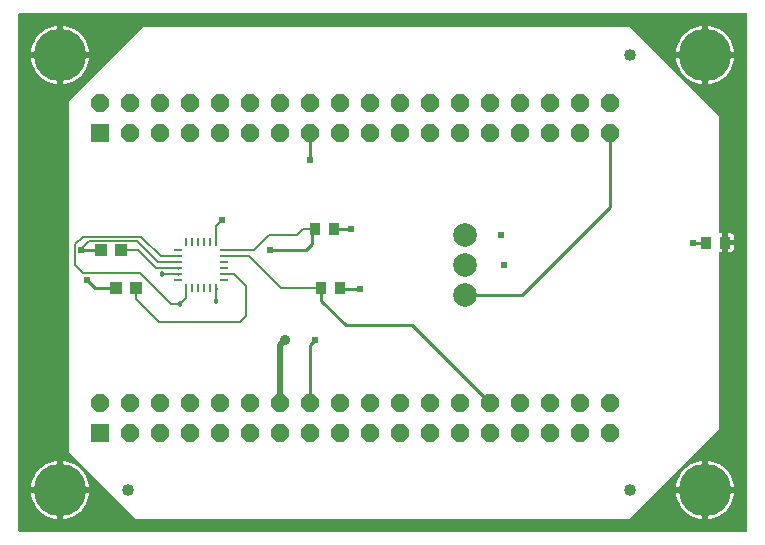
<source format=gbr>
G04 EAGLE Gerber RS-274X export*
G75*
%MOMM*%
%FSLAX34Y34*%
%LPD*%
%INTop Copper*%
%IPPOS*%
%AMOC8*
5,1,8,0,0,1.08239X$1,22.5*%
G01*
%ADD10R,1.100000X1.000000*%
%ADD11C,1.016000*%
%ADD12C,4.445000*%
%ADD13R,0.949959X1.031241*%
%ADD14C,2.000000*%
%ADD15R,1.524000X1.524000*%
%ADD16P,1.649562X8X22.500000*%
%ADD17R,0.280000X0.790000*%
%ADD18R,0.790000X0.280000*%
%ADD19C,0.609600*%
%ADD20C,0.254000*%
%ADD21C,0.127000*%
%ADD22C,0.457200*%
%ADD23C,0.508000*%
%ADD24C,0.904800*%

G36*
X619744Y440808D02*
X619744Y440808D01*
X619737Y440927D01*
X619724Y440965D01*
X619719Y441006D01*
X619676Y441116D01*
X619639Y441229D01*
X619617Y441264D01*
X619602Y441301D01*
X619533Y441397D01*
X619469Y441498D01*
X619439Y441526D01*
X619416Y441559D01*
X619324Y441635D01*
X619237Y441716D01*
X619202Y441736D01*
X619171Y441761D01*
X619063Y441812D01*
X618959Y441870D01*
X618919Y441880D01*
X618883Y441897D01*
X618766Y441919D01*
X618651Y441949D01*
X618591Y441953D01*
X618571Y441957D01*
X618550Y441955D01*
X618490Y441959D01*
X3810Y441959D01*
X3692Y441944D01*
X3573Y441937D01*
X3535Y441924D01*
X3494Y441919D01*
X3384Y441876D01*
X3271Y441839D01*
X3236Y441817D01*
X3199Y441802D01*
X3103Y441733D01*
X3002Y441669D01*
X2974Y441639D01*
X2941Y441616D01*
X2865Y441524D01*
X2784Y441437D01*
X2764Y441402D01*
X2739Y441371D01*
X2688Y441263D01*
X2630Y441159D01*
X2620Y441119D01*
X2603Y441083D01*
X2581Y440966D01*
X2551Y440851D01*
X2547Y440791D01*
X2543Y440771D01*
X2545Y440750D01*
X2541Y440690D01*
X2541Y3810D01*
X2556Y3692D01*
X2563Y3573D01*
X2576Y3535D01*
X2581Y3494D01*
X2624Y3384D01*
X2661Y3271D01*
X2683Y3236D01*
X2698Y3199D01*
X2767Y3103D01*
X2831Y3002D01*
X2861Y2974D01*
X2884Y2941D01*
X2976Y2865D01*
X3063Y2784D01*
X3098Y2764D01*
X3129Y2739D01*
X3237Y2688D01*
X3341Y2630D01*
X3381Y2620D01*
X3417Y2603D01*
X3534Y2581D01*
X3649Y2551D01*
X3709Y2547D01*
X3729Y2543D01*
X3750Y2545D01*
X3810Y2541D01*
X618490Y2541D01*
X618608Y2556D01*
X618727Y2563D01*
X618765Y2576D01*
X618806Y2581D01*
X618916Y2624D01*
X619029Y2661D01*
X619064Y2683D01*
X619101Y2698D01*
X619197Y2767D01*
X619298Y2831D01*
X619326Y2861D01*
X619359Y2884D01*
X619435Y2976D01*
X619516Y3063D01*
X619536Y3098D01*
X619561Y3129D01*
X619612Y3237D01*
X619670Y3341D01*
X619680Y3381D01*
X619697Y3417D01*
X619719Y3534D01*
X619749Y3649D01*
X619753Y3709D01*
X619757Y3729D01*
X619755Y3750D01*
X619759Y3810D01*
X619759Y440690D01*
X619744Y440808D01*
G37*
%LPC*%
G36*
X108476Y430531D02*
X108476Y430531D01*
X520174Y430531D01*
X595631Y355074D01*
X595631Y256616D01*
X595646Y256498D01*
X595653Y256379D01*
X595666Y256341D01*
X595671Y256301D01*
X595714Y256190D01*
X595751Y256077D01*
X595773Y256043D01*
X595788Y256005D01*
X595858Y255909D01*
X595921Y255808D01*
X595951Y255780D01*
X595974Y255748D01*
X596066Y255672D01*
X596153Y255590D01*
X596188Y255571D01*
X596219Y255545D01*
X596327Y255494D01*
X596431Y255437D01*
X596471Y255426D01*
X596507Y255409D01*
X596624Y255387D01*
X596739Y255357D01*
X596800Y255353D01*
X596820Y255349D01*
X596840Y255351D01*
X596900Y255347D01*
X598717Y255347D01*
X598717Y248755D01*
X598732Y248637D01*
X598739Y248518D01*
X598752Y248480D01*
X598757Y248440D01*
X598801Y248329D01*
X598837Y248216D01*
X598859Y248181D01*
X598874Y248144D01*
X598944Y248048D01*
X599007Y247947D01*
X599037Y247919D01*
X599061Y247887D01*
X599152Y247811D01*
X599239Y247729D01*
X599274Y247710D01*
X599306Y247684D01*
X599370Y247654D01*
X599279Y247587D01*
X599178Y247524D01*
X599150Y247494D01*
X599118Y247470D01*
X599042Y247379D01*
X598960Y247292D01*
X598941Y247257D01*
X598915Y247225D01*
X598864Y247118D01*
X598807Y247014D01*
X598796Y246974D01*
X598779Y246938D01*
X598757Y246821D01*
X598727Y246706D01*
X598723Y246645D01*
X598719Y246625D01*
X598721Y246605D01*
X598717Y246545D01*
X598717Y239953D01*
X596900Y239953D01*
X596782Y239938D01*
X596663Y239931D01*
X596625Y239918D01*
X596585Y239913D01*
X596474Y239869D01*
X596361Y239833D01*
X596326Y239811D01*
X596289Y239796D01*
X596193Y239726D01*
X596092Y239663D01*
X596064Y239633D01*
X596031Y239609D01*
X595956Y239518D01*
X595874Y239431D01*
X595854Y239396D01*
X595829Y239364D01*
X595778Y239257D01*
X595720Y239152D01*
X595710Y239113D01*
X595693Y239077D01*
X595671Y238960D01*
X595641Y238845D01*
X595637Y238784D01*
X595633Y238764D01*
X595635Y238744D01*
X595631Y238684D01*
X595631Y89426D01*
X520174Y13969D01*
X102126Y13969D01*
X45719Y70376D01*
X45719Y367774D01*
X108476Y430531D01*
G37*
%LPD*%
%LPC*%
G36*
X40639Y408939D02*
X40639Y408939D01*
X40639Y431036D01*
X42255Y430854D01*
X44967Y430235D01*
X47592Y429317D01*
X50099Y428110D01*
X52454Y426630D01*
X54629Y424895D01*
X56595Y422929D01*
X58330Y420754D01*
X59810Y418399D01*
X61017Y415892D01*
X61935Y413267D01*
X62554Y410555D01*
X62736Y408939D01*
X40639Y408939D01*
G37*
%LPD*%
%LPC*%
G36*
X586739Y408939D02*
X586739Y408939D01*
X586739Y431036D01*
X588355Y430854D01*
X591067Y430235D01*
X593692Y429317D01*
X596199Y428110D01*
X598554Y426630D01*
X600729Y424895D01*
X602695Y422929D01*
X604430Y420754D01*
X605910Y418399D01*
X607117Y415892D01*
X608035Y413267D01*
X608654Y410555D01*
X608836Y408939D01*
X586739Y408939D01*
G37*
%LPD*%
%LPC*%
G36*
X40639Y40639D02*
X40639Y40639D01*
X40639Y62736D01*
X42255Y62554D01*
X44967Y61935D01*
X47592Y61017D01*
X50099Y59810D01*
X52454Y58330D01*
X54629Y56595D01*
X56595Y54629D01*
X58330Y52454D01*
X59810Y50099D01*
X61017Y47592D01*
X61935Y44967D01*
X62554Y42255D01*
X62736Y40639D01*
X40639Y40639D01*
G37*
%LPD*%
%LPC*%
G36*
X586739Y40639D02*
X586739Y40639D01*
X586739Y62736D01*
X588355Y62554D01*
X591067Y61935D01*
X593692Y61017D01*
X596199Y59810D01*
X598554Y58330D01*
X600729Y56595D01*
X602695Y54629D01*
X604430Y52454D01*
X605910Y50099D01*
X607117Y47592D01*
X608035Y44967D01*
X608654Y42255D01*
X608836Y40639D01*
X586739Y40639D01*
G37*
%LPD*%
%LPC*%
G36*
X13464Y408939D02*
X13464Y408939D01*
X13646Y410555D01*
X14265Y413267D01*
X15183Y415892D01*
X16390Y418399D01*
X17870Y420754D01*
X19605Y422929D01*
X21571Y424895D01*
X23746Y426630D01*
X26101Y428110D01*
X28608Y429317D01*
X31233Y430235D01*
X33945Y430854D01*
X35561Y431036D01*
X35561Y408939D01*
X13464Y408939D01*
G37*
%LPD*%
%LPC*%
G36*
X559564Y408939D02*
X559564Y408939D01*
X559746Y410555D01*
X560365Y413267D01*
X561283Y415892D01*
X562490Y418399D01*
X563970Y420754D01*
X565705Y422929D01*
X567671Y424895D01*
X569846Y426630D01*
X572201Y428110D01*
X574708Y429317D01*
X577333Y430235D01*
X580045Y430854D01*
X581661Y431036D01*
X581661Y408939D01*
X559564Y408939D01*
G37*
%LPD*%
%LPC*%
G36*
X40639Y403861D02*
X40639Y403861D01*
X62736Y403861D01*
X62554Y402245D01*
X61935Y399533D01*
X61017Y396908D01*
X59810Y394401D01*
X58330Y392046D01*
X56595Y389871D01*
X54629Y387905D01*
X52454Y386170D01*
X50099Y384690D01*
X47592Y383483D01*
X44967Y382565D01*
X42255Y381946D01*
X40639Y381764D01*
X40639Y403861D01*
G37*
%LPD*%
%LPC*%
G36*
X586739Y403861D02*
X586739Y403861D01*
X608836Y403861D01*
X608654Y402245D01*
X608035Y399533D01*
X607117Y396908D01*
X605910Y394401D01*
X604430Y392046D01*
X602695Y389871D01*
X600729Y387905D01*
X598554Y386170D01*
X596199Y384690D01*
X593692Y383483D01*
X591067Y382565D01*
X588355Y381946D01*
X586739Y381764D01*
X586739Y403861D01*
G37*
%LPD*%
%LPC*%
G36*
X13464Y40639D02*
X13464Y40639D01*
X13646Y42255D01*
X14265Y44967D01*
X15183Y47592D01*
X16390Y50099D01*
X17870Y52454D01*
X19605Y54629D01*
X21571Y56595D01*
X23746Y58330D01*
X26101Y59810D01*
X28608Y61017D01*
X31233Y61935D01*
X33945Y62554D01*
X35561Y62736D01*
X35561Y40639D01*
X13464Y40639D01*
G37*
%LPD*%
%LPC*%
G36*
X559564Y40639D02*
X559564Y40639D01*
X559746Y42255D01*
X560365Y44967D01*
X561283Y47592D01*
X562490Y50099D01*
X563970Y52454D01*
X565705Y54629D01*
X567671Y56595D01*
X569846Y58330D01*
X572201Y59810D01*
X574708Y61017D01*
X577333Y61935D01*
X580045Y62554D01*
X581661Y62736D01*
X581661Y40639D01*
X559564Y40639D01*
G37*
%LPD*%
%LPC*%
G36*
X586739Y35561D02*
X586739Y35561D01*
X608836Y35561D01*
X608654Y33945D01*
X608035Y31233D01*
X607117Y28608D01*
X605910Y26101D01*
X604430Y23746D01*
X602695Y21571D01*
X600729Y19605D01*
X598554Y17870D01*
X596199Y16390D01*
X593692Y15183D01*
X591067Y14265D01*
X588355Y13646D01*
X586739Y13464D01*
X586739Y35561D01*
G37*
%LPD*%
%LPC*%
G36*
X40639Y35561D02*
X40639Y35561D01*
X62736Y35561D01*
X62554Y33945D01*
X61935Y31233D01*
X61017Y28608D01*
X59810Y26101D01*
X58330Y23746D01*
X56595Y21571D01*
X54629Y19605D01*
X52454Y17870D01*
X50099Y16390D01*
X47592Y15183D01*
X44967Y14265D01*
X42255Y13646D01*
X40639Y13464D01*
X40639Y35561D01*
G37*
%LPD*%
%LPC*%
G36*
X580045Y381946D02*
X580045Y381946D01*
X577333Y382565D01*
X574708Y383483D01*
X572201Y384690D01*
X569846Y386170D01*
X567671Y387905D01*
X565705Y389871D01*
X563970Y392046D01*
X562490Y394401D01*
X561283Y396908D01*
X560365Y399533D01*
X559746Y402245D01*
X559564Y403861D01*
X581661Y403861D01*
X581661Y381764D01*
X580045Y381946D01*
G37*
%LPD*%
%LPC*%
G36*
X33945Y381946D02*
X33945Y381946D01*
X31233Y382565D01*
X28608Y383483D01*
X26101Y384690D01*
X23746Y386170D01*
X21571Y387905D01*
X19605Y389871D01*
X17870Y392046D01*
X16390Y394401D01*
X15183Y396908D01*
X14265Y399533D01*
X13646Y402245D01*
X13464Y403861D01*
X35561Y403861D01*
X35561Y381764D01*
X33945Y381946D01*
G37*
%LPD*%
%LPC*%
G36*
X580045Y13646D02*
X580045Y13646D01*
X577333Y14265D01*
X574708Y15183D01*
X572201Y16390D01*
X569846Y17870D01*
X567671Y19605D01*
X565705Y21571D01*
X563970Y23746D01*
X562490Y26101D01*
X561283Y28608D01*
X560365Y31233D01*
X559746Y33945D01*
X559564Y35561D01*
X581661Y35561D01*
X581661Y13464D01*
X580045Y13646D01*
G37*
%LPD*%
%LPC*%
G36*
X33945Y13646D02*
X33945Y13646D01*
X31233Y14265D01*
X28608Y15183D01*
X26101Y16390D01*
X23746Y17870D01*
X21571Y19605D01*
X19605Y21571D01*
X17870Y23746D01*
X16390Y26101D01*
X15183Y28608D01*
X14265Y31233D01*
X13646Y33945D01*
X13464Y35561D01*
X35561Y35561D01*
X35561Y13464D01*
X33945Y13646D01*
G37*
%LPD*%
%LPC*%
G36*
X603465Y250024D02*
X603465Y250024D01*
X603465Y255347D01*
X606175Y255347D01*
X606822Y255174D01*
X607401Y254839D01*
X607874Y254366D01*
X608208Y253787D01*
X608382Y253141D01*
X608382Y250024D01*
X603465Y250024D01*
G37*
%LPD*%
%LPC*%
G36*
X603465Y239953D02*
X603465Y239953D01*
X603465Y245276D01*
X608382Y245276D01*
X608382Y242159D01*
X608208Y241513D01*
X607874Y240934D01*
X607401Y240461D01*
X606822Y240126D01*
X606175Y239953D01*
X603465Y239953D01*
G37*
%LPD*%
%LPC*%
G36*
X584199Y406399D02*
X584199Y406399D01*
X584199Y406401D01*
X584201Y406401D01*
X584201Y406399D01*
X584199Y406399D01*
G37*
%LPD*%
%LPC*%
G36*
X38099Y406399D02*
X38099Y406399D01*
X38099Y406401D01*
X38101Y406401D01*
X38101Y406399D01*
X38099Y406399D01*
G37*
%LPD*%
%LPC*%
G36*
X584199Y38099D02*
X584199Y38099D01*
X584199Y38101D01*
X584201Y38101D01*
X584201Y38099D01*
X584199Y38099D01*
G37*
%LPD*%
%LPC*%
G36*
X38099Y38099D02*
X38099Y38099D01*
X38099Y38101D01*
X38101Y38101D01*
X38101Y38099D01*
X38099Y38099D01*
G37*
%LPD*%
D10*
X102480Y209550D03*
X85480Y209550D03*
X89780Y241300D03*
X72780Y241300D03*
D11*
X95250Y38100D03*
X520700Y38100D03*
X520700Y406400D03*
D12*
X38100Y406400D03*
X38100Y38100D03*
X584200Y38100D03*
X584200Y406400D03*
D13*
X274701Y209550D03*
X258699Y209550D03*
X253619Y259080D03*
X269621Y259080D03*
X585089Y247650D03*
X601091Y247650D03*
D14*
X381000Y228600D03*
X381000Y254000D03*
X381000Y203200D03*
D15*
X71800Y86100D03*
D16*
X71800Y111500D03*
X97200Y86100D03*
X97200Y111500D03*
X122600Y86100D03*
X122600Y111500D03*
X148000Y86100D03*
X148000Y111500D03*
X173400Y86100D03*
X173400Y111500D03*
X198800Y86100D03*
X198800Y111500D03*
X224200Y86100D03*
X224200Y111500D03*
X249600Y86100D03*
X249600Y111500D03*
X275000Y86100D03*
X275000Y111500D03*
X300400Y86100D03*
X300400Y111500D03*
X325800Y86100D03*
X325800Y111500D03*
X351200Y86100D03*
X351200Y111500D03*
X376600Y86100D03*
X376600Y111500D03*
X402000Y86100D03*
X402000Y111500D03*
X427400Y86100D03*
X427400Y111500D03*
X452800Y86100D03*
X452800Y111500D03*
X478200Y86100D03*
X478200Y111500D03*
X503600Y86100D03*
X503600Y111500D03*
D15*
X71800Y340100D03*
D16*
X71800Y365500D03*
X97200Y340100D03*
X97200Y365500D03*
X122600Y340100D03*
X122600Y365500D03*
X148000Y340100D03*
X148000Y365500D03*
X173400Y340100D03*
X173400Y365500D03*
X198800Y340100D03*
X198800Y365500D03*
X224200Y340100D03*
X224200Y365500D03*
X249600Y340100D03*
X249600Y365500D03*
X275000Y340100D03*
X275000Y365500D03*
X300400Y340100D03*
X300400Y365500D03*
X325800Y340100D03*
X325800Y365500D03*
X351200Y340100D03*
X351200Y365500D03*
X376600Y340100D03*
X376600Y365500D03*
X402000Y340100D03*
X402000Y365500D03*
X427400Y340100D03*
X427400Y365500D03*
X452800Y340100D03*
X452800Y365500D03*
X478200Y340100D03*
X478200Y365500D03*
X503600Y340100D03*
X503600Y365500D03*
D17*
X169980Y248300D03*
X164980Y248300D03*
X159980Y248300D03*
X154980Y248300D03*
X149980Y248300D03*
X144980Y248300D03*
D18*
X137780Y241100D03*
X137780Y236100D03*
X137780Y231100D03*
X137780Y226100D03*
X137780Y221100D03*
X137780Y216100D03*
D17*
X144980Y208900D03*
X149980Y208900D03*
X154980Y208900D03*
X159980Y208900D03*
X164980Y208900D03*
X169980Y208900D03*
D18*
X177180Y216100D03*
X177180Y221100D03*
X177180Y226100D03*
X177180Y231100D03*
X177180Y236100D03*
X177180Y241100D03*
D19*
X411480Y254000D03*
D20*
X275971Y208280D02*
X274701Y209550D01*
X275971Y208280D02*
X292100Y208280D01*
D19*
X292100Y208280D03*
D20*
X284480Y259080D02*
X269621Y259080D01*
D19*
X284480Y259080D03*
D21*
X144980Y208900D02*
X144980Y200860D01*
X139700Y195580D01*
D22*
X139700Y195580D03*
D21*
X137780Y236100D02*
X123310Y236100D01*
X106680Y252730D01*
X57150Y252730D01*
X50800Y246380D01*
X50800Y228600D01*
X57150Y222250D01*
X105410Y222250D01*
X132080Y195580D01*
X139700Y195580D01*
D23*
X224200Y160700D02*
X224200Y111500D01*
X224200Y160700D02*
X228600Y165100D01*
D24*
X228600Y165100D03*
D20*
X574040Y247650D02*
X585089Y247650D01*
D19*
X574040Y247650D03*
X414020Y228600D03*
X249600Y317500D03*
D20*
X249600Y340100D01*
X72780Y241300D02*
X55880Y241300D01*
D19*
X55880Y241300D03*
D20*
X67310Y209550D02*
X85480Y209550D01*
X67310Y209550D02*
X60960Y215900D01*
D19*
X60960Y215900D03*
D20*
X137660Y220980D02*
X137780Y221100D01*
D21*
X137660Y220980D02*
X124460Y220980D01*
D22*
X124460Y220980D03*
D21*
X169980Y248300D02*
X169980Y261420D01*
X175260Y266700D01*
D19*
X175260Y266700D03*
D20*
X249600Y160700D02*
X249600Y111500D01*
X249600Y160700D02*
X254000Y165100D01*
D19*
X254000Y165100D03*
D21*
X137780Y231100D02*
X120690Y231100D01*
X102870Y248920D02*
X62230Y248920D01*
X55880Y242570D01*
D20*
X55880Y241300D01*
D21*
X102870Y248920D02*
X120690Y231100D01*
D20*
X169980Y208900D02*
X170180Y208700D01*
D21*
X170180Y198120D01*
D22*
X170180Y198120D03*
D21*
X177180Y236100D02*
X198240Y236100D01*
X224790Y209550D01*
X258699Y209550D01*
D20*
X335960Y177540D02*
X402000Y111500D01*
X335960Y177540D02*
X279660Y177540D01*
X258699Y198501D01*
X258699Y209550D01*
D21*
X253619Y259080D02*
X251460Y259080D01*
X243459Y259080D01*
X238179Y253800D01*
X215280Y253800D01*
X202580Y241100D01*
X177180Y241100D01*
D19*
X215900Y241300D03*
D20*
X246380Y241300D02*
X251460Y246380D01*
X246380Y241300D02*
X215900Y241300D01*
X251460Y246380D02*
X251460Y259080D01*
X381000Y203200D02*
X429260Y203200D01*
X503600Y277540D01*
X503600Y340100D01*
D21*
X185300Y221100D02*
X177180Y221100D01*
X195580Y210820D02*
X195580Y185420D01*
X190500Y180340D01*
X121920Y180340D01*
X102480Y199780D01*
X102480Y209550D01*
X185300Y221100D02*
X195580Y210820D01*
X104140Y241300D02*
X89780Y241300D01*
X104140Y241300D02*
X119380Y226060D01*
X137740Y226060D01*
D20*
X137780Y226100D01*
M02*

</source>
